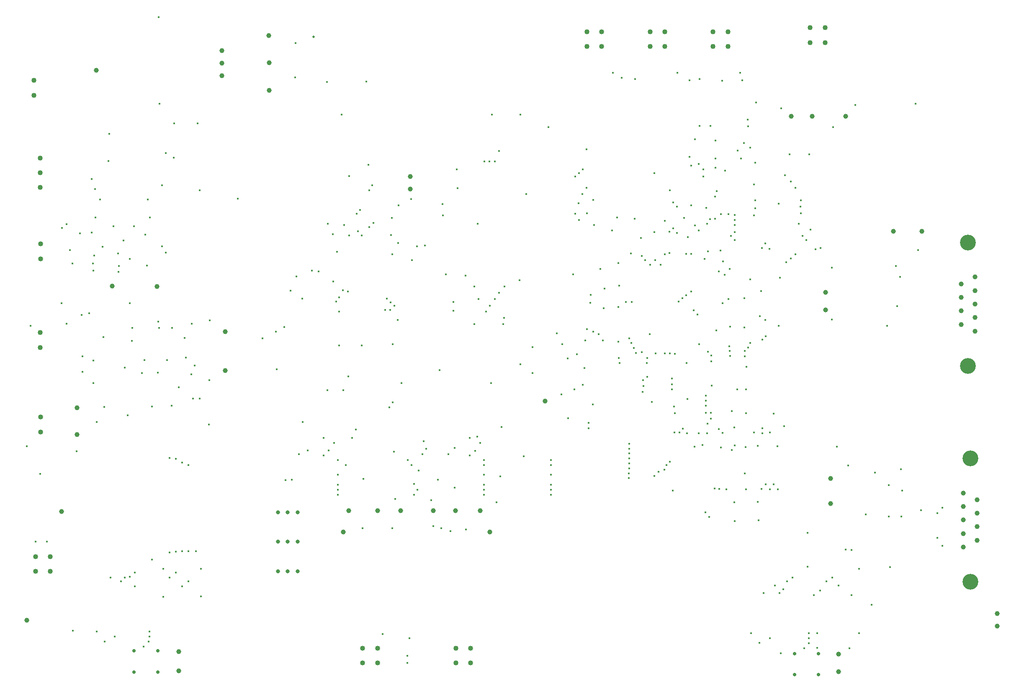
<source format=gbr>
%TF.GenerationSoftware,KiCad,Pcbnew,7.0.8*%
%TF.CreationDate,2024-01-22T14:24:56+01:00*%
%TF.ProjectId,BMS-Master,424d532d-4d61-4737-9465-722e6b696361,rev?*%
%TF.SameCoordinates,Original*%
%TF.FileFunction,Plated,1,4,PTH,Drill*%
%TF.FilePolarity,Positive*%
%FSLAX46Y46*%
G04 Gerber Fmt 4.6, Leading zero omitted, Abs format (unit mm)*
G04 Created by KiCad (PCBNEW 7.0.8) date 2024-01-22 14:24:56*
%MOMM*%
%LPD*%
G01*
G04 APERTURE LIST*
%TA.AperFunction,ViaDrill*%
%ADD10C,0.400000*%
%TD*%
%TA.AperFunction,ViaDrill*%
%ADD11C,0.500000*%
%TD*%
%TA.AperFunction,ComponentDrill*%
%ADD12C,0.700000*%
%TD*%
%TA.AperFunction,ComponentDrill*%
%ADD13C,0.800000*%
%TD*%
%TA.AperFunction,ComponentDrill*%
%ADD14C,1.000000*%
%TD*%
%TA.AperFunction,ComponentDrill*%
%ADD15C,1.020000*%
%TD*%
%TA.AperFunction,ComponentDrill*%
%ADD16C,3.200000*%
%TD*%
G04 APERTURE END LIST*
D10*
X85471000Y-183134000D03*
X86254798Y-158741061D03*
X87245325Y-202385326D03*
X88211675Y-188696326D03*
X89531325Y-202385326D03*
X92483325Y-154178000D03*
X92583000Y-138938000D03*
X93472000Y-138176000D03*
X93472000Y-158294000D03*
X94151000Y-143436000D03*
X94659000Y-146103000D03*
X94750000Y-220500000D03*
X95504000Y-184150000D03*
X96183000Y-140007000D03*
X96564000Y-156517000D03*
X96691000Y-164899000D03*
X96691000Y-168074000D03*
X98062000Y-156196000D03*
X98552000Y-129032000D03*
X98552000Y-139827000D03*
X98812000Y-146096000D03*
X98933000Y-147574000D03*
X98933000Y-165735000D03*
X98933000Y-170307000D03*
X99060000Y-144526000D03*
X99278098Y-131066458D03*
X99314000Y-136779000D03*
X99568000Y-178181000D03*
X99568000Y-220599000D03*
X100247000Y-133149000D03*
X100767500Y-142748000D03*
X100965000Y-161036000D03*
X101136000Y-175186000D03*
X101219000Y-222631000D03*
X101981000Y-125349000D03*
X102166000Y-119889000D03*
X102362000Y-209677000D03*
X103012000Y-138546000D03*
X103251000Y-221615000D03*
X103930000Y-144071000D03*
X104012000Y-147846000D03*
X104057000Y-146611000D03*
X104521000Y-210439000D03*
X105029000Y-141478000D03*
X105262000Y-167196000D03*
X105266000Y-209671161D03*
X105835000Y-176837000D03*
X106299000Y-145161000D03*
X106299000Y-154178000D03*
X106299000Y-209550000D03*
X106762000Y-161746000D03*
X106812000Y-159196000D03*
X107105000Y-138610000D03*
X107315000Y-208661000D03*
X107315000Y-211455000D03*
X108756000Y-168328000D03*
X109093000Y-223647000D03*
X109264000Y-165661000D03*
X109391000Y-140261000D03*
X109728000Y-146558000D03*
X109899000Y-133149000D03*
X110109000Y-222631000D03*
X110236000Y-220599000D03*
X110236000Y-221615000D03*
X110363000Y-136779000D03*
X110762000Y-206096000D03*
X110788000Y-175059000D03*
X111931000Y-168201000D03*
X112058000Y-157914000D03*
X112141000Y-96266000D03*
X112185000Y-159184000D03*
X112268000Y-113792000D03*
X112776000Y-130302000D03*
X112776000Y-142621000D03*
X113030000Y-207899000D03*
X113030000Y-213614000D03*
X113538000Y-123789500D03*
X113538000Y-143891000D03*
X113836000Y-165661000D03*
X114300000Y-185450000D03*
X114300000Y-204597000D03*
X114300000Y-209677000D03*
X114725000Y-174932000D03*
X114852000Y-159184000D03*
X115189000Y-124714000D03*
X115250000Y-117750000D03*
X115570000Y-185674000D03*
X115570000Y-204470000D03*
X115570000Y-208661000D03*
X116212000Y-171196000D03*
X116840000Y-186436000D03*
X116840000Y-204343000D03*
X116840000Y-211455000D03*
X117348000Y-161163000D03*
X117646000Y-165153000D03*
X118110000Y-186944000D03*
X118110000Y-204343000D03*
X118110000Y-210439000D03*
X118745000Y-168529000D03*
X118789000Y-158295000D03*
X119062000Y-173446000D03*
X119424000Y-166804000D03*
X119662000Y-204346000D03*
X120000000Y-117750000D03*
X120396000Y-131318000D03*
X120396000Y-173482000D03*
X120650000Y-207899000D03*
X120650000Y-213487000D03*
X122301000Y-178689000D03*
X122345000Y-169725000D03*
X122472000Y-157660000D03*
X128143000Y-132969000D03*
X133096000Y-161290000D03*
X135862000Y-159896000D03*
X136000000Y-167500000D03*
X137541000Y-159004000D03*
X137759714Y-190009714D03*
X138812714Y-151650500D03*
X139038000Y-189904000D03*
X139700000Y-108458000D03*
X139812000Y-101496000D03*
X140000000Y-148750000D03*
X140500000Y-184750000D03*
X141169000Y-153210000D03*
X141250000Y-178250000D03*
X142250000Y-184000000D03*
X143129000Y-147574000D03*
X144500000Y-147750000D03*
X145500000Y-181400000D03*
X145500000Y-184950000D03*
X146177000Y-109347000D03*
X146250000Y-171750000D03*
X146304000Y-138049000D03*
X146550000Y-184000000D03*
X147320000Y-140208000D03*
X147447000Y-149733000D03*
X147600000Y-182450000D03*
X148062000Y-153846000D03*
X148212000Y-143746000D03*
X148338000Y-185904000D03*
X148338000Y-188904000D03*
X148338000Y-190904000D03*
X148338000Y-191904000D03*
X148338000Y-192904000D03*
X148662000Y-152959500D03*
X148662000Y-162735000D03*
X148662500Y-155846000D03*
X149112000Y-115946000D03*
X149352000Y-151506500D03*
X149500000Y-171750000D03*
X149612000Y-138296000D03*
X150000000Y-186904000D03*
X150368000Y-151765000D03*
X150500000Y-169000000D03*
X150622000Y-128397000D03*
X150622000Y-140462000D03*
X151250000Y-181400000D03*
X152000000Y-179750000D03*
X152146000Y-136017000D03*
X152435500Y-139630364D03*
X152852755Y-135290500D03*
X153162000Y-140462000D03*
X153234000Y-162735000D03*
X153381600Y-199716800D03*
X153500000Y-189750000D03*
X154162000Y-109296000D03*
X154594000Y-126146000D03*
X154686000Y-131318000D03*
X154686500Y-138771131D03*
X155321000Y-130302000D03*
X155612000Y-137946000D03*
X157400000Y-221100000D03*
X157950683Y-155544903D03*
X158242000Y-153233000D03*
X158750000Y-175250000D03*
X158950164Y-155538303D03*
X159059245Y-153959500D03*
X159131000Y-140335000D03*
X159258000Y-136906000D03*
X159350600Y-199716800D03*
X159362000Y-144296000D03*
X159457000Y-162481000D03*
X159500000Y-174250000D03*
X159750000Y-184250000D03*
X159766000Y-154686000D03*
X160000000Y-193750000D03*
X160512000Y-157546000D03*
X160528000Y-141986000D03*
X160655000Y-134366000D03*
X161250000Y-170353000D03*
X162400000Y-225500000D03*
X162400000Y-227000000D03*
X162500000Y-185904000D03*
X162850000Y-222000000D03*
X163195000Y-133096000D03*
X163250000Y-186904000D03*
X163391500Y-145459500D03*
X163750000Y-190704001D03*
X163780299Y-192904000D03*
X164338000Y-142621000D03*
X164500000Y-191904000D03*
X164750000Y-188000000D03*
X165500000Y-184750000D03*
X165750000Y-182126500D03*
X166000000Y-142500000D03*
X166273500Y-183624647D03*
X167250000Y-194000000D03*
X167682000Y-199261799D03*
X168630299Y-189904000D03*
X168910000Y-167750000D03*
X169252000Y-199688799D03*
X169545000Y-134112000D03*
X169636500Y-136398000D03*
X170180000Y-148336000D03*
X170750000Y-184750000D03*
X171173000Y-200323799D03*
X171704000Y-153924000D03*
X171704000Y-155702000D03*
X172000000Y-183500000D03*
X172000000Y-191500000D03*
X172411000Y-127048000D03*
X172562000Y-130846000D03*
X174212000Y-148546000D03*
X174250000Y-200000000D03*
X175087500Y-181412500D03*
X175087500Y-184962500D03*
X175967000Y-150797000D03*
X175967000Y-158417000D03*
X176137500Y-184012500D03*
X176550000Y-181150000D03*
X176657000Y-138049000D03*
X176784000Y-153289000D03*
X177187500Y-182462500D03*
X177930299Y-185904000D03*
X177930299Y-186904000D03*
X177930299Y-188904000D03*
X177930299Y-190904000D03*
X177930299Y-191904000D03*
X177930299Y-192904000D03*
X178012497Y-125469500D03*
X178362000Y-155846000D03*
X179012000Y-125469500D03*
X179112000Y-154646000D03*
X179364500Y-170353000D03*
X179500000Y-116000000D03*
X180162000Y-125469500D03*
X180162000Y-153346000D03*
X180500000Y-194500000D03*
X181012000Y-123354500D03*
X181012000Y-152046000D03*
X181250000Y-189226500D03*
X181500000Y-179250000D03*
X181809000Y-158417000D03*
X182012000Y-157146000D03*
X182063000Y-150797000D03*
X185162000Y-149514000D03*
X185250000Y-116000000D03*
X185312000Y-166496000D03*
X186000000Y-185177500D03*
X186436000Y-132080000D03*
X187706000Y-163068000D03*
X187706000Y-168275000D03*
X191000000Y-118500000D03*
X191430299Y-185904000D03*
X191430299Y-186904000D03*
X191430299Y-188904000D03*
X191430299Y-190904000D03*
X191430299Y-191904000D03*
X191430299Y-192904000D03*
X192659000Y-160274000D03*
X193562000Y-172646000D03*
X193762000Y-162446000D03*
X194818000Y-165354000D03*
X194945000Y-177419000D03*
X195961000Y-148336000D03*
X196215000Y-171577000D03*
X196342000Y-128524000D03*
X196342000Y-136017000D03*
X196728738Y-164530154D03*
X197068500Y-133917626D03*
X197104000Y-137287000D03*
X197173636Y-127797500D03*
X197795000Y-132080000D03*
X197866000Y-170688000D03*
X197891637Y-127071000D03*
X198247000Y-167259000D03*
X198374000Y-161671000D03*
X198627136Y-130810000D03*
X198662000Y-123022000D03*
X198712000Y-135996000D03*
X198755000Y-159416500D03*
X199112000Y-178396000D03*
X199112000Y-179446000D03*
X199390000Y-154051000D03*
X199500000Y-152500000D03*
X199898000Y-174625000D03*
X200012000Y-159916500D03*
X200062000Y-133246000D03*
X200152000Y-138303000D03*
X201112000Y-160396000D03*
X201422000Y-147193000D03*
X202012000Y-161690000D03*
X202162000Y-155190000D03*
X202312000Y-151196000D03*
X203835000Y-139446000D03*
X204000000Y-107500000D03*
X204851000Y-136779000D03*
X205105000Y-154940000D03*
X205105000Y-161925000D03*
X205112000Y-145996000D03*
X205219077Y-165281512D03*
X205232000Y-150622000D03*
X205394500Y-166265500D03*
X205750000Y-108500000D03*
X206629000Y-153916500D03*
X207186393Y-189589203D03*
X207244807Y-188591409D03*
X207301500Y-161268500D03*
X207301500Y-182596000D03*
X207301500Y-183595503D03*
X207301500Y-184595006D03*
X207301500Y-185594509D03*
X207301500Y-186594012D03*
X207301500Y-187593515D03*
X207662000Y-144096000D03*
X207755500Y-162213209D03*
X207772000Y-153924000D03*
X208209500Y-163197667D03*
X208407000Y-137033000D03*
X208500000Y-108750000D03*
X208676274Y-164197162D03*
X209662000Y-140946000D03*
X209850855Y-164050009D03*
X209884500Y-144596000D03*
X210025500Y-172146000D03*
X210111211Y-169745252D03*
X210201500Y-170896000D03*
X210564320Y-145450500D03*
X210865478Y-166278637D03*
X210952041Y-165282890D03*
X210962000Y-169046000D03*
X211455000Y-160416500D03*
X211562000Y-146346000D03*
X211841500Y-174146000D03*
X212362000Y-127797500D03*
X212387000Y-189096000D03*
X212412000Y-139746000D03*
X212574889Y-145414132D03*
X212662000Y-164302500D03*
X213250000Y-188250000D03*
X213677298Y-146346000D03*
X214431232Y-187872593D03*
X214462000Y-137446000D03*
X214493336Y-144250908D03*
X214530484Y-164302500D03*
X214858298Y-186968922D03*
X215461645Y-144003149D03*
X215463000Y-139724830D03*
X215519000Y-131318000D03*
X215526900Y-186225970D03*
X215532121Y-164362604D03*
X215921000Y-169446000D03*
X215921000Y-170596000D03*
X215921000Y-171595503D03*
X216100737Y-192107263D03*
X216154000Y-133731000D03*
X216189500Y-139025985D03*
X216375000Y-175046000D03*
X216424521Y-180346761D03*
X216535000Y-176403000D03*
X216570857Y-164373913D03*
X216916000Y-134620000D03*
X216916000Y-139954000D03*
X217000000Y-107500000D03*
X217297000Y-153797000D03*
X217424000Y-180340000D03*
X218077480Y-153172616D03*
X218150500Y-179572161D03*
X218362000Y-136896000D03*
X218837497Y-144145000D03*
X218857960Y-152548232D03*
X218931500Y-166278637D03*
X218948000Y-180467000D03*
X219112000Y-173546000D03*
X219158000Y-140746000D03*
X219500000Y-109000000D03*
X219500000Y-124500000D03*
X219837000Y-144145000D03*
X219853601Y-151752620D03*
X219872500Y-126344500D03*
X219872500Y-134346000D03*
X220345000Y-155575000D03*
X220512000Y-183246000D03*
X220562000Y-121000000D03*
X220599000Y-138430000D03*
X221144500Y-156428500D03*
X221361000Y-180467000D03*
X221384500Y-139446000D03*
X221398000Y-126000000D03*
X221412000Y-162427474D03*
X221500000Y-108750000D03*
X221500000Y-118250000D03*
X222162000Y-182896000D03*
X222250000Y-127071000D03*
X222250000Y-128524000D03*
X222504000Y-145161000D03*
X222752018Y-196522513D03*
X222795500Y-172874780D03*
X222795500Y-173874283D03*
X222795500Y-174873786D03*
X222795500Y-176326786D03*
X222849500Y-134896000D03*
X223012000Y-180467000D03*
X223062000Y-138046000D03*
X223129281Y-178528719D03*
X223212000Y-163946000D03*
X223262000Y-143646000D03*
X223478518Y-197429482D03*
X223647000Y-137160000D03*
X223750000Y-118250000D03*
X223774000Y-177546000D03*
X223795503Y-176326786D03*
X223936500Y-164746000D03*
X223936500Y-165896000D03*
X223990214Y-170872510D03*
X224537001Y-191643000D03*
X224663000Y-137032500D03*
X224688500Y-132572193D03*
X224750000Y-121250000D03*
X224750000Y-124899502D03*
X224750000Y-126750000D03*
X224917000Y-159690000D03*
X225000000Y-131500000D03*
X225421323Y-179687024D03*
X225425000Y-147719500D03*
X225528765Y-191767134D03*
X225741342Y-143521568D03*
X225812000Y-136107499D03*
X225812000Y-183396000D03*
X226125000Y-109125000D03*
X226147823Y-180410326D03*
X226151500Y-154178000D03*
X226279319Y-145658208D03*
X226568000Y-148446000D03*
X226712000Y-127296000D03*
X226962001Y-191818600D03*
X227330353Y-153288647D03*
X227412000Y-136107499D03*
X227507094Y-162859727D03*
X227584000Y-147193000D03*
X227656663Y-163847975D03*
X227711000Y-164846000D03*
X227711500Y-158946026D03*
X227912000Y-140546000D03*
X228055323Y-176046000D03*
X228055323Y-183846000D03*
X228537000Y-179346000D03*
X228537201Y-194496000D03*
X228600000Y-198247000D03*
X228602945Y-138372375D03*
X228612000Y-136296497D03*
X228612000Y-137296000D03*
X228613001Y-182928600D03*
X228655000Y-139796000D03*
X228655000Y-141369500D03*
X229112000Y-171596000D03*
X229250000Y-123226500D03*
X229750000Y-107500000D03*
X229937500Y-124887584D03*
X230123002Y-109058000D03*
X230500000Y-121750000D03*
X230562000Y-153190000D03*
X230562500Y-159096000D03*
X230661500Y-164896000D03*
X230666252Y-163846275D03*
X230712000Y-188646000D03*
X230862000Y-183296000D03*
X230886000Y-176403000D03*
X230899001Y-191818600D03*
X230912000Y-171646000D03*
X231000000Y-167000000D03*
X231250000Y-117000000D03*
X231356500Y-163123390D03*
X231375000Y-118375000D03*
X231810000Y-122646000D03*
X231810500Y-149335073D03*
X231810500Y-162179000D03*
X231979500Y-221008000D03*
X232536500Y-130083500D03*
X232537000Y-136398000D03*
X232537000Y-180340000D03*
X232791000Y-125688000D03*
X232791000Y-133308000D03*
X232800000Y-134926999D03*
X233000000Y-113500000D03*
X233312001Y-183055600D03*
X233337001Y-194346000D03*
X233426000Y-198120000D03*
X233630500Y-222913000D03*
X233717500Y-156819500D03*
X234000000Y-151750000D03*
X234061000Y-191770000D03*
X234112000Y-142996000D03*
X234187500Y-161544000D03*
X234188000Y-180467000D03*
X234201962Y-179453535D03*
X234519500Y-212880000D03*
X234838500Y-142096000D03*
X234862000Y-157546000D03*
X234894717Y-160837708D03*
X234928962Y-190796000D03*
X235662000Y-143146000D03*
X235725001Y-191818600D03*
X235737001Y-180346000D03*
X235789500Y-222024000D03*
X236474000Y-176530000D03*
X236527242Y-190796000D03*
X236805500Y-211356000D03*
X237253742Y-183146000D03*
X237376001Y-191818600D03*
X237500000Y-134000000D03*
X237500000Y-158750000D03*
X237694500Y-212880000D03*
X237750000Y-149000000D03*
X237948500Y-225072000D03*
X238000000Y-114750000D03*
X238456500Y-212118000D03*
X238662000Y-179046000D03*
X238812000Y-128296000D03*
X239062000Y-145846000D03*
X239218500Y-210467000D03*
X239750000Y-124000000D03*
X239960000Y-129540000D03*
X240000000Y-145092000D03*
X240361500Y-209677000D03*
X240900000Y-130796000D03*
X240900000Y-144296000D03*
X241626500Y-138096000D03*
X241900000Y-134578000D03*
X242000000Y-133346000D03*
X242000000Y-136000000D03*
X242353000Y-140546000D03*
X242679000Y-224056000D03*
X243100000Y-141369500D03*
X243409500Y-200688000D03*
X243412000Y-207496000D03*
X243663500Y-221008000D03*
X243663500Y-222024000D03*
X243663500Y-223023503D03*
X243750000Y-124000000D03*
X244000000Y-139250000D03*
X244679500Y-213261000D03*
X245000000Y-143250000D03*
X245314500Y-221008000D03*
X245314500Y-223929000D03*
X245949500Y-212372000D03*
X246000000Y-143000000D03*
X247219500Y-210467000D03*
X248250000Y-147000000D03*
X248250000Y-157500000D03*
X248362500Y-209705000D03*
X248500000Y-118500000D03*
X249312000Y-183246000D03*
X249632500Y-211356000D03*
X251062000Y-203996000D03*
X251612000Y-186996000D03*
X251862000Y-223996000D03*
X252299500Y-204087100D03*
X252299500Y-213261000D03*
X253000000Y-114000000D03*
X253746000Y-207899000D03*
X253746000Y-221000000D03*
X255120000Y-196953000D03*
X256312000Y-215250000D03*
X257025000Y-188444000D03*
X259500000Y-158750000D03*
X259819000Y-190984000D03*
X259819000Y-197334000D03*
X260073000Y-207621000D03*
X261250000Y-146600000D03*
X261500000Y-154750000D03*
X262101463Y-148850000D03*
X262250000Y-187750000D03*
X262359000Y-197334000D03*
X262486000Y-192127000D03*
X265250000Y-113750000D03*
X265760000Y-143445000D03*
X266296000Y-196064000D03*
X269598000Y-196699000D03*
X269598000Y-201652000D03*
X270614000Y-195556000D03*
X270614000Y-203303000D03*
D11*
X143500000Y-100250000D03*
D12*
%TO.C,P1*%
X107180000Y-224507100D03*
X107180000Y-228807100D03*
X111980000Y-224507100D03*
X111980000Y-228807100D03*
%TO.C,P2*%
X240755500Y-225081000D03*
X240755500Y-229381000D03*
X245555500Y-225081000D03*
X245555500Y-229381000D03*
D13*
%TO.C,J10*%
X136250000Y-196500000D03*
%TO.C,J8*%
X136250000Y-202450000D03*
%TO.C,J9*%
X136250000Y-208400000D03*
%TO.C,J10*%
X138250000Y-196500000D03*
%TO.C,J8*%
X138250000Y-202450000D03*
%TO.C,J9*%
X138250000Y-208400000D03*
%TO.C,J10*%
X140250000Y-196500000D03*
%TO.C,J8*%
X140250000Y-202450000D03*
%TO.C,J9*%
X140250000Y-208400000D03*
D14*
%TO.C,TP21*%
X85483325Y-218325326D03*
%TO.C,TP20*%
X92483325Y-196325326D03*
%TO.C,TP23*%
X95625500Y-175299000D03*
%TO.C,TP22*%
X95625500Y-180760000D03*
%TO.C,TP31*%
X99500000Y-106975000D03*
%TO.C,TP18*%
X102756750Y-150730000D03*
%TO.C,TP14*%
X111829000Y-150749000D03*
%TO.C,TP3*%
X116180000Y-224657100D03*
%TO.C,TP2*%
X116180000Y-228607100D03*
%TO.C,U21*%
X124954000Y-103065000D03*
X124954000Y-105605000D03*
X124954000Y-108145000D03*
%TO.C,TP16*%
X125616750Y-159937000D03*
%TO.C,TP17*%
X125616750Y-167811000D03*
%TO.C,TP32*%
X134404000Y-99955000D03*
%TO.C,TP33*%
X134454000Y-105505000D03*
%TO.C,TP34*%
X134454000Y-111105000D03*
%TO.C,TP11*%
X149450000Y-200450000D03*
%TO.C,TP10*%
X150550000Y-196150000D03*
%TO.C,TP12*%
X156450000Y-196150000D03*
%TO.C,TP13*%
X161050000Y-196150000D03*
%TO.C,J5*%
X163000000Y-128500000D03*
X163000000Y-131040000D03*
%TO.C,TP7*%
X167650000Y-196150000D03*
%TO.C,TP6*%
X172200000Y-196150000D03*
%TO.C,TP8*%
X177150000Y-196150000D03*
%TO.C,TP9*%
X179150000Y-200500000D03*
%TO.C,TP1*%
X190246000Y-173990000D03*
%TO.C,TP24*%
X240076000Y-116325000D03*
%TO.C,TP25*%
X244326000Y-116325000D03*
%TO.C,TP28*%
X247000000Y-152000000D03*
%TO.C,TP30*%
X247000000Y-155500000D03*
%TO.C,TP27*%
X248013000Y-189657000D03*
%TO.C,TP29*%
X248063000Y-194757000D03*
%TO.C,TP4*%
X249650500Y-225171000D03*
%TO.C,TP5*%
X249650500Y-228750000D03*
%TO.C,TP26*%
X251076000Y-116325000D03*
%TO.C,TP36*%
X260760000Y-139570000D03*
%TO.C,TP35*%
X266510000Y-139570000D03*
%TO.C,J21*%
X274410000Y-150230000D03*
X274410000Y-152970000D03*
X274410000Y-155710000D03*
X274410000Y-158450000D03*
%TO.C,J20*%
X274863000Y-192567000D03*
X274863000Y-195307000D03*
X274863000Y-198047000D03*
X274863000Y-200787000D03*
X274863000Y-203527000D03*
%TO.C,J21*%
X277250000Y-148860000D03*
X277250000Y-151600000D03*
X277250000Y-154340000D03*
X277250000Y-157080000D03*
X277250000Y-159820000D03*
%TO.C,J20*%
X277703000Y-193937000D03*
X277703000Y-196677000D03*
X277703000Y-199417000D03*
X277703000Y-202157000D03*
%TO.C,J3*%
X281750000Y-217000000D03*
X281750000Y-219540000D03*
D15*
%TO.C,J22*%
X86896750Y-109060000D03*
X86896750Y-112060000D03*
%TO.C,J14*%
X87243676Y-205460326D03*
X87243676Y-208460325D03*
%TO.C,J11*%
X88151750Y-124743000D03*
X88151750Y-127743000D03*
X88151750Y-130743000D03*
%TO.C,J13*%
X88182000Y-160121000D03*
X88182000Y-163121000D03*
%TO.C,J12*%
X88248500Y-142149000D03*
X88248500Y-145149000D03*
%TO.C,J15*%
X88248500Y-177201000D03*
X88248500Y-180201000D03*
%TO.C,J14*%
X90243675Y-205460326D03*
X90243675Y-208460325D03*
%TO.C,J6*%
X153389650Y-224000001D03*
X153389650Y-227000000D03*
X156389649Y-224000001D03*
X156389649Y-227000000D03*
%TO.C,J7*%
X172239650Y-224015001D03*
X172239650Y-227015000D03*
X175239649Y-224015001D03*
X175239649Y-227015000D03*
%TO.C,J18*%
X198733669Y-99181001D03*
X198733669Y-102181000D03*
X201733668Y-99181001D03*
X201733668Y-102181000D03*
%TO.C,J19*%
X211500002Y-99190001D03*
X211500002Y-102190000D03*
X214500001Y-99190001D03*
X214500001Y-102190000D03*
%TO.C,J16*%
X224250002Y-99190001D03*
X224250002Y-102190000D03*
X227250001Y-99190001D03*
X227250001Y-102190000D03*
%TO.C,J17*%
X243921001Y-98385000D03*
X243921001Y-101384999D03*
X246921000Y-98385000D03*
X246921000Y-101384999D03*
D16*
%TO.C,J21*%
X275830000Y-141845000D03*
X275830000Y-166835000D03*
%TO.C,J20*%
X276283000Y-185552000D03*
X276283000Y-210542000D03*
M02*

</source>
